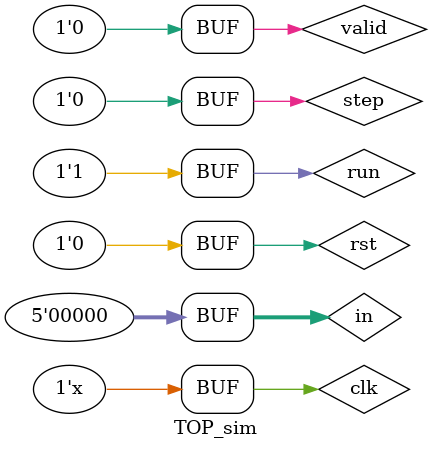
<source format=v>
`timescale 1ns / 1ps

module TOP_sim();
    reg clk;
    reg rst;

    //Ñ¡ÔñCPU¹¤×÷·½Ê½;
    reg run;
    reg step;

    //ÊäÈëswitchµÄ¶Ë¿Ú
    reg valid;
    reg [4:0] in;

    //Êä³öledºÍsegµÄ¶Ë¿Ú 
    wire [1:0] check;   //led6-5:²é¿´ÀàÐÍ
    wire [4:0] out0;    //led4-0
    wire [2:0] an;      //8¸öÊýÂë¹Ü
    wire [3:0] seg;
    wire ready;         //led7

    top top(
        .clk(clk),
        .rst(rst),
        .run(run),
        .step(step),
        .valid(valid),
        .in(in),
        .check(check),
        .out0(out0),
        .an(an),
        .seg(seg),
        .ready(ready)
    );
    initial begin
        clk = 0;
        rst = 0;
        run = 0;
        step = 0;
        valid = 0;
        in = 0;
    end

    always #5 clk = ~clk;

    initial begin
        #10;
        rst = 1; #100;
        rst = 0; #100;
        run = 1; #50;
    end
endmodule

</source>
